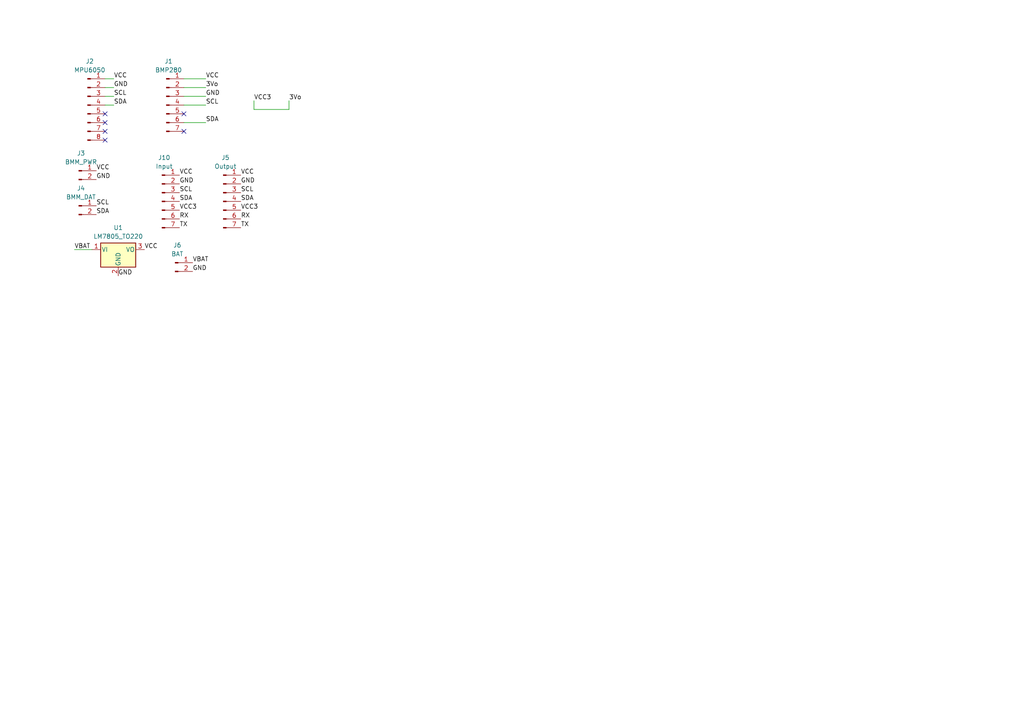
<source format=kicad_sch>
(kicad_sch (version 20230121) (generator eeschema)
  (paper "A4")
  (lib_symbols
    (symbol "Connector:Conn_01x02_Pin" (pin_names (offset 1.016) hide)
      (property "Reference" "J" (at 0 2.54 0))
      (property "Value" "Conn_01x02_Pin" (at 0 -5.08 0))
      (symbol "Conn_01x02_Pin_1_1"
        (polyline (pts (xy 1.27 -2.54) (xy 0.8636 -2.54)) (stroke (width 0.1524)))
        (polyline (pts (xy 1.27 0) (xy 0.8636 0)) (stroke (width 0.1524)))
        (rectangle (start 0.8636 -2.413) (end 0 -2.667) (stroke (width 0.1524)) (fill (type outline)))
        (rectangle (start 0.8636 0.127) (end 0 -0.127) (stroke (width 0.1524)) (fill (type outline)))
        (pin passive line (at 5.08 0 180) (length 3.81) (name "Pin_1") (number "1"))
        (pin passive line (at 5.08 -2.54 180) (length 3.81) (name "Pin_2") (number "2"))
      )
    )
    (symbol "Connector:Conn_01x07_Pin" (pin_names (offset 1.016) hide)
      (property "Reference" "J" (at 0 10.16 0))
      (property "Value" "Conn_01x07_Pin" (at 0 -10.16 0))
      (symbol "Conn_01x07_Pin_1_1"
        (polyline (pts (xy 1.27 -7.62) (xy 0.8636 -7.62)) (stroke (width 0.1524)))
        (polyline (pts (xy 1.27 -5.08) (xy 0.8636 -5.08)) (stroke (width 0.1524)))
        (polyline (pts (xy 1.27 -2.54) (xy 0.8636 -2.54)) (stroke (width 0.1524)))
        (polyline (pts (xy 1.27 0) (xy 0.8636 0)) (stroke (width 0.1524)))
        (polyline (pts (xy 1.27 2.54) (xy 0.8636 2.54)) (stroke (width 0.1524)))
        (polyline (pts (xy 1.27 5.08) (xy 0.8636 5.08)) (stroke (width 0.1524)))
        (polyline (pts (xy 1.27 7.62) (xy 0.8636 7.62)) (stroke (width 0.1524)))
        (rectangle (start 0.8636 -7.493) (end 0 -7.747) (stroke (width 0.1524)) (fill (type outline)))
        (rectangle (start 0.8636 -4.953) (end 0 -5.207) (stroke (width 0.1524)) (fill (type outline)))
        (rectangle (start 0.8636 -2.413) (end 0 -2.667) (stroke (width 0.1524)) (fill (type outline)))
        (rectangle (start 0.8636 0.127) (end 0 -0.127) (stroke (width 0.1524)) (fill (type outline)))
        (rectangle (start 0.8636 2.667) (end 0 2.413) (stroke (width 0.1524)) (fill (type outline)))
        (rectangle (start 0.8636 5.207) (end 0 4.953) (stroke (width 0.1524)) (fill (type outline)))
        (rectangle (start 0.8636 7.747) (end 0 7.493) (stroke (width 0.1524)) (fill (type outline)))
        (pin passive line (at 5.08 7.62 180) (length 3.81) (name "Pin_1") (number "1"))
        (pin passive line (at 5.08 5.08 180) (length 3.81) (name "Pin_2") (number "2"))
        (pin passive line (at 5.08 2.54 180) (length 3.81) (name "Pin_3") (number "3"))
        (pin passive line (at 5.08 0 180) (length 3.81) (name "Pin_4") (number "4"))
        (pin passive line (at 5.08 -2.54 180) (length 3.81) (name "Pin_5") (number "5"))
        (pin passive line (at 5.08 -5.08 180) (length 3.81) (name "Pin_6") (number "6"))
        (pin passive line (at 5.08 -7.62 180) (length 3.81) (name "Pin_7") (number "7"))
      )
    )
    (symbol "Connector:Conn_01x08_Pin" (pin_names (offset 1.016) hide)
      (property "Reference" "J" (at 0 10.16 0))
      (property "Value" "Conn_01x08_Pin" (at 0 -12.7 0))
      (symbol "Conn_01x08_Pin_1_1"
        (polyline (pts (xy 1.27 -10.16) (xy 0.8636 -10.16)) (stroke (width 0.1524)))
        (polyline (pts (xy 1.27 -7.62) (xy 0.8636 -7.62)) (stroke (width 0.1524)))
        (polyline (pts (xy 1.27 -5.08) (xy 0.8636 -5.08)) (stroke (width 0.1524)))
        (polyline (pts (xy 1.27 -2.54) (xy 0.8636 -2.54)) (stroke (width 0.1524)))
        (polyline (pts (xy 1.27 0) (xy 0.8636 0)) (stroke (width 0.1524)))
        (polyline (pts (xy 1.27 2.54) (xy 0.8636 2.54)) (stroke (width 0.1524)))
        (polyline (pts (xy 1.27 5.08) (xy 0.8636 5.08)) (stroke (width 0.1524)))
        (polyline (pts (xy 1.27 7.62) (xy 0.8636 7.62)) (stroke (width 0.1524)))
        (rectangle (start 0.8636 -10.033) (end 0 -10.287) (stroke (width 0.1524)) (fill (type outline)))
        (rectangle (start 0.8636 -7.493) (end 0 -7.747) (stroke (width 0.1524)) (fill (type outline)))
        (rectangle (start 0.8636 -4.953) (end 0 -5.207) (stroke (width 0.1524)) (fill (type outline)))
        (rectangle (start 0.8636 -2.413) (end 0 -2.667) (stroke (width 0.1524)) (fill (type outline)))
        (rectangle (start 0.8636 0.127) (end 0 -0.127) (stroke (width 0.1524)) (fill (type outline)))
        (rectangle (start 0.8636 2.667) (end 0 2.413) (stroke (width 0.1524)) (fill (type outline)))
        (rectangle (start 0.8636 5.207) (end 0 4.953) (stroke (width 0.1524)) (fill (type outline)))
        (rectangle (start 0.8636 7.747) (end 0 7.493) (stroke (width 0.1524)) (fill (type outline)))
        (pin passive line (at 5.08 7.62 180) (length 3.81) (name "Pin_1") (number "1"))
        (pin passive line (at 5.08 5.08 180) (length 3.81) (name "Pin_2") (number "2"))
        (pin passive line (at 5.08 2.54 180) (length 3.81) (name "Pin_3") (number "3"))
        (pin passive line (at 5.08 0 180) (length 3.81) (name "Pin_4") (number "4"))
        (pin passive line (at 5.08 -2.54 180) (length 3.81) (name "Pin_5") (number "5"))
        (pin passive line (at 5.08 -5.08 180) (length 3.81) (name "Pin_6") (number "6"))
        (pin passive line (at 5.08 -7.62 180) (length 3.81) (name "Pin_7") (number "7"))
        (pin passive line (at 5.08 -10.16 180) (length 3.81) (name "Pin_8") (number "8"))
      )
    )
    (symbol "Regulator_Linear:LM7805_TO220" (pin_names (offset 0.254))
      (property "Reference" "U" (at -3.81 3.175 0))
      (property "Value" "LM7805_TO220" (at 0 3.175 0))
      (symbol "LM7805_TO220_0_1"
        (rectangle (start -5.08 1.905) (end 5.08 -5.08) (stroke (width 0.254)) (fill (type background)))
      )
      (symbol "LM7805_TO220_1_1"
        (pin power_in line (at -7.62 0 0) (length 2.54) (name "VI") (number "1"))
        (pin power_in line (at 0 -7.62 90) (length 2.54) (name "GND") (number "2"))
        (pin power_out line (at 7.62 0 180) (length 2.54) (name "VO") (number "3"))
      )
    )
  )
  (no_connect (at 30.48 33.02))
  (no_connect (at 53.34 38.1))
  (no_connect (at 30.48 38.1))
  (no_connect (at 53.34 33.02))
  (no_connect (at 30.48 40.64))
  (no_connect (at 30.48 35.56))
  (wire (pts (xy 83.82 31.75) (xy 83.82 29.21)))
  (wire (pts (xy 53.34 35.56) (xy 59.69 35.56)))
  (wire (pts (xy 30.48 25.4) (xy 33.02 25.4)))
  (wire (pts (xy 83.82 31.75) (xy 73.66 31.75)))
  (wire (pts (xy 30.48 22.86) (xy 33.02 22.86)))
  (wire (pts (xy 53.34 22.86) (xy 59.69 22.86)))
  (wire (pts (xy 53.34 27.94) (xy 59.69 27.94)))
  (wire (pts (xy 30.48 30.48) (xy 33.02 30.48)))
  (wire (pts (xy 21.59 72.39) (xy 26.67 72.39)))
  (wire (pts (xy 73.66 31.75) (xy 73.66 29.21)))
  (wire (pts (xy 53.34 30.48) (xy 59.69 30.48)))
  (wire (pts (xy 30.48 27.94) (xy 33.02 27.94)))
  (wire (pts (xy 53.34 25.4) (xy 59.69 25.4)))
  (label "SCL" (at 27.94 59.69 0))
  (label "VCC3" (at 73.66 29.21 0))
  (label "GND" (at 52.07 53.34 0))
  (label "SCL" (at 52.07 55.88 0))
  (label "VCC" (at 69.85 50.8 0))
  (label "3Vo" (at 83.82 29.21 0))
  (label "TX" (at 69.85 66.04 0))
  (label "GND" (at 55.88 78.74 0))
  (label "RX" (at 69.85 63.5 0))
  (label "VBAT" (at 21.59 72.39 0))
  (label "VCC" (at 41.91 72.39 0))
  (label "TX" (at 52.07 66.04 0))
  (label "GND" (at 33.02 25.4 0))
  (label "VCC3" (at 69.85 60.96 0))
  (label "GND" (at 27.94 52.07 0))
  (label "SDA" (at 52.07 58.42 0))
  (label "SCL" (at 69.85 55.88 0))
  (label "GND" (at 34.29 80.01 0))
  (label "SCL" (at 33.02 27.94 0))
  (label "SDA" (at 33.02 30.48 0))
  (label "SDA" (at 27.94 62.23 0))
  (label "3Vo" (at 81.28 -6.35 0))
  (label "VCC" (at 33.02 22.86 0))
  (label "3Vo" (at 59.69 25.4 0))
  (label "VBAT" (at 55.88 76.2 0))
  (label "GND" (at 59.69 27.94 0))
  (label "VCC" (at 52.07 50.8 0))
  (label "RX" (at 52.07 63.5 0))
  (label "VCC3" (at 52.07 60.96 0))
  (label "SDA" (at 69.85 58.42 0))
  (label "VCC" (at 27.94 49.53 0))
  (label "VCC" (at 59.69 22.86 0))
  (label "SDA" (at 59.69 35.56 0))
  (label "SCL" (at 59.69 30.48 0))
  (label "GND" (at 69.85 53.34 0))
  (symbol (lib_id "Regulator_Linear:LM7805_TO220") (at 34.29 72.39 0) (unit 1)
    (property "Reference" "U1" (at 34.29 66.04 0))
    (property "Value" "LM7805_TO220" (at 34.29 68.58 0))
    (property "Footprint" "Package_TO_SOT_THT:TO-220-3_Vertical" (effects hide))
    (property "Datasheet" "https://www.onsemi.cn/PowerSolutions/document/MC7800-D.PDF" (effects hide))
  )
  (symbol (lib_id "Connector:Conn_01x02_Pin") (at 22.86 49.53 0) (unit 1)
    (property "Reference" "J3" (at 23.495 44.45 0))
    (property "Value" "BMM_PWR" (at 23.495 46.99 0))
    (property "Footprint" "Connector_PinHeader_2.54mm:PinHeader_1x02_P2.54mm_Vertical" (effects hide))
  )
  (symbol (lib_id "Connector:Conn_01x02_Pin") (at 22.86 59.69 0) (unit 1)
    (property "Reference" "J4" (at 23.495 54.61 0))
    (property "Value" "BMM_DAT" (at 23.495 57.15 0))
    (property "Footprint" "Connector_PinHeader_2.54mm:PinHeader_1x02_P2.54mm_Vertical" (effects hide))
  )
  (symbol (lib_id "Connector:Conn_01x08_Pin") (at 25.4 30.48 0) (unit 1)
    (property "Reference" "J2" (at 26.035 17.78 0))
    (property "Value" "MPU6050" (at 26.035 20.32 0))
    (property "Footprint" "Connector_PinHeader_2.54mm:PinHeader_1x08_P2.54mm_Vertical" (effects hide))
  )
  (symbol (lib_id "Connector:Conn_01x02_Pin") (at 50.8 76.2 0) (unit 1)
    (property "Reference" "J6" (at 51.435 71.12 0))
    (property "Value" "BAT" (at 51.435 73.66 0))
    (property "Footprint" "Connector_PinHeader_2.54mm:PinHeader_1x02_P2.54mm_Vertical" (effects hide))
  )
  (symbol (lib_id "Connector:Conn_01x07_Pin") (at 46.99 58.42 0) (unit 1)
    (property "Reference" "J10" (at 47.625 45.72 0))
    (property "Value" "Input" (at 47.625 48.26 0))
    (property "Footprint" "Connector_PinHeader_2.54mm:PinHeader_1x07_P2.54mm_Vertical" (effects hide))
  )
  (symbol (lib_id "Connector:Conn_01x07_Pin") (at 48.26 30.48 0) (unit 1)
    (property "Reference" "J1" (at 48.895 17.78 0))
    (property "Value" "BMP280" (at 48.895 20.32 0))
    (property "Footprint" "Connector_PinHeader_2.54mm:PinHeader_1x07_P2.54mm_Vertical" (effects hide))
  )
  (symbol (lib_id "Connector:Conn_01x07_Pin") (at 64.77 58.42 0) (unit 1)
    (property "Reference" "J5" (at 65.405 45.72 0))
    (property "Value" "Output" (at 65.405 48.26 0))
    (property "Footprint" "Connector_PinHeader_2.54mm:PinHeader_1x07_P2.54mm_Vertical" (effects hide))
  )
  (sheet (at 314.96 1.27) (size 40.64 40.64) (stroke (width 0.1524))
    (property "Sheetname" "BMP" (at 314.96 0.5584 0) (effects (justify left bottom)))
    (property "Sheetfile" "bmp.kicad_sch" (at 314.96 42.4946 0) (effects (justify left top)))
  )
)
</source>
